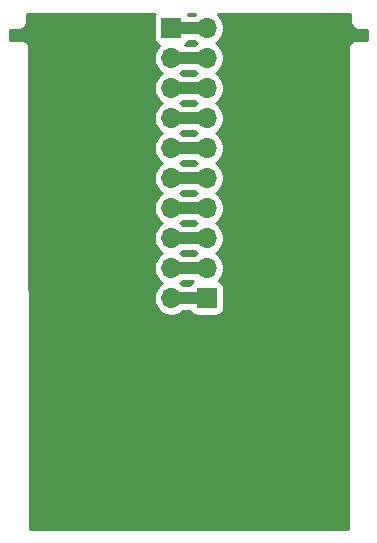
<source format=gbr>
%TF.GenerationSoftware,KiCad,Pcbnew,(5.1.8)-1*%
%TF.CreationDate,2021-12-10T09:18:04+01:00*%
%TF.ProjectId,FirePlace_SideWall,46697265-506c-4616-9365-5f5369646557,rev?*%
%TF.SameCoordinates,Original*%
%TF.FileFunction,Copper,L1,Top*%
%TF.FilePolarity,Positive*%
%FSLAX46Y46*%
G04 Gerber Fmt 4.6, Leading zero omitted, Abs format (unit mm)*
G04 Created by KiCad (PCBNEW (5.1.8)-1) date 2021-12-10 09:18:04*
%MOMM*%
%LPD*%
G01*
G04 APERTURE LIST*
%TA.AperFunction,ComponentPad*%
%ADD10O,1.700000X1.700000*%
%TD*%
%TA.AperFunction,ComponentPad*%
%ADD11R,1.700000X1.700000*%
%TD*%
%TA.AperFunction,Conductor*%
%ADD12C,1.000000*%
%TD*%
%TA.AperFunction,NonConductor*%
%ADD13C,0.254000*%
%TD*%
%TA.AperFunction,NonConductor*%
%ADD14C,0.100000*%
%TD*%
G04 APERTURE END LIST*
D10*
%TO.P,K2,10*%
%TO.N,Net-(K1-Pad1)*%
X65405000Y-50355500D03*
%TO.P,K2,9*%
%TO.N,Net-(K1-Pad2)*%
X65405000Y-47815500D03*
%TO.P,K2,8*%
%TO.N,Net-(K1-Pad3)*%
X65405000Y-45275500D03*
%TO.P,K2,7*%
%TO.N,Net-(K1-Pad4)*%
X65405000Y-42735500D03*
%TO.P,K2,6*%
%TO.N,Net-(K1-Pad5)*%
X65405000Y-40195500D03*
%TO.P,K2,5*%
%TO.N,Net-(K1-Pad6)*%
X65405000Y-37655500D03*
%TO.P,K2,4*%
%TO.N,Net-(K1-Pad7)*%
X65405000Y-35115500D03*
%TO.P,K2,3*%
%TO.N,Net-(K1-Pad8)*%
X65405000Y-32575500D03*
%TO.P,K2,2*%
%TO.N,Net-(K1-Pad9)*%
X65405000Y-30035500D03*
D11*
%TO.P,K2,1*%
%TO.N,Net-(K1-Pad10)*%
X65405000Y-27495500D03*
%TD*%
D10*
%TO.P,K1,10*%
%TO.N,Net-(K1-Pad10)*%
X68389500Y-27495500D03*
%TO.P,K1,9*%
%TO.N,Net-(K1-Pad9)*%
X68389500Y-30035500D03*
%TO.P,K1,8*%
%TO.N,Net-(K1-Pad8)*%
X68389500Y-32575500D03*
%TO.P,K1,7*%
%TO.N,Net-(K1-Pad7)*%
X68389500Y-35115500D03*
%TO.P,K1,6*%
%TO.N,Net-(K1-Pad6)*%
X68389500Y-37655500D03*
%TO.P,K1,5*%
%TO.N,Net-(K1-Pad5)*%
X68389500Y-40195500D03*
%TO.P,K1,4*%
%TO.N,Net-(K1-Pad4)*%
X68389500Y-42735500D03*
%TO.P,K1,3*%
%TO.N,Net-(K1-Pad3)*%
X68389500Y-45275500D03*
%TO.P,K1,2*%
%TO.N,Net-(K1-Pad2)*%
X68389500Y-47815500D03*
D11*
%TO.P,K1,1*%
%TO.N,Net-(K1-Pad1)*%
X68389500Y-50355500D03*
%TD*%
D12*
%TO.N,Net-(K1-Pad10)*%
X68389500Y-27495500D02*
X65405000Y-27495500D01*
%TO.N,Net-(K1-Pad9)*%
X68389500Y-30035500D02*
X65405000Y-30035500D01*
%TO.N,Net-(K1-Pad8)*%
X65405000Y-32575500D02*
X68389500Y-32575500D01*
%TO.N,Net-(K1-Pad7)*%
X65405000Y-35115500D02*
X68389500Y-35115500D01*
%TO.N,Net-(K1-Pad6)*%
X68389500Y-37655500D02*
X65405000Y-37655500D01*
%TO.N,Net-(K1-Pad5)*%
X65405000Y-40195500D02*
X68389500Y-40195500D01*
%TO.N,Net-(K1-Pad4)*%
X68389500Y-42735500D02*
X65405000Y-42735500D01*
%TO.N,Net-(K1-Pad3)*%
X65405000Y-45275500D02*
X68389500Y-45275500D01*
%TO.N,Net-(K1-Pad2)*%
X65405000Y-47815500D02*
X68389500Y-47815500D01*
%TO.N,Net-(K1-Pad1)*%
X68389500Y-50355500D02*
X65405000Y-50355500D01*
%TD*%
D13*
X63965498Y-26401320D02*
X63929188Y-26521018D01*
X63916928Y-26645500D01*
X63916928Y-28345500D01*
X63929188Y-28469982D01*
X63965498Y-28589680D01*
X64024463Y-28699994D01*
X64103815Y-28796685D01*
X64200506Y-28876037D01*
X64310820Y-28935002D01*
X64383380Y-28957013D01*
X64251525Y-29088868D01*
X64089010Y-29332089D01*
X63977068Y-29602342D01*
X63920000Y-29889240D01*
X63920000Y-30181760D01*
X63977068Y-30468658D01*
X64089010Y-30738911D01*
X64251525Y-30982132D01*
X64458368Y-31188975D01*
X64632760Y-31305500D01*
X64458368Y-31422025D01*
X64251525Y-31628868D01*
X64089010Y-31872089D01*
X63977068Y-32142342D01*
X63920000Y-32429240D01*
X63920000Y-32721760D01*
X63977068Y-33008658D01*
X64089010Y-33278911D01*
X64251525Y-33522132D01*
X64458368Y-33728975D01*
X64632760Y-33845500D01*
X64458368Y-33962025D01*
X64251525Y-34168868D01*
X64089010Y-34412089D01*
X63977068Y-34682342D01*
X63920000Y-34969240D01*
X63920000Y-35261760D01*
X63977068Y-35548658D01*
X64089010Y-35818911D01*
X64251525Y-36062132D01*
X64458368Y-36268975D01*
X64632760Y-36385500D01*
X64458368Y-36502025D01*
X64251525Y-36708868D01*
X64089010Y-36952089D01*
X63977068Y-37222342D01*
X63920000Y-37509240D01*
X63920000Y-37801760D01*
X63977068Y-38088658D01*
X64089010Y-38358911D01*
X64251525Y-38602132D01*
X64458368Y-38808975D01*
X64632760Y-38925500D01*
X64458368Y-39042025D01*
X64251525Y-39248868D01*
X64089010Y-39492089D01*
X63977068Y-39762342D01*
X63920000Y-40049240D01*
X63920000Y-40341760D01*
X63977068Y-40628658D01*
X64089010Y-40898911D01*
X64251525Y-41142132D01*
X64458368Y-41348975D01*
X64632760Y-41465500D01*
X64458368Y-41582025D01*
X64251525Y-41788868D01*
X64089010Y-42032089D01*
X63977068Y-42302342D01*
X63920000Y-42589240D01*
X63920000Y-42881760D01*
X63977068Y-43168658D01*
X64089010Y-43438911D01*
X64251525Y-43682132D01*
X64458368Y-43888975D01*
X64632760Y-44005500D01*
X64458368Y-44122025D01*
X64251525Y-44328868D01*
X64089010Y-44572089D01*
X63977068Y-44842342D01*
X63920000Y-45129240D01*
X63920000Y-45421760D01*
X63977068Y-45708658D01*
X64089010Y-45978911D01*
X64251525Y-46222132D01*
X64458368Y-46428975D01*
X64632760Y-46545500D01*
X64458368Y-46662025D01*
X64251525Y-46868868D01*
X64089010Y-47112089D01*
X63977068Y-47382342D01*
X63920000Y-47669240D01*
X63920000Y-47961760D01*
X63977068Y-48248658D01*
X64089010Y-48518911D01*
X64251525Y-48762132D01*
X64458368Y-48968975D01*
X64632760Y-49085500D01*
X64458368Y-49202025D01*
X64251525Y-49408868D01*
X64089010Y-49652089D01*
X63977068Y-49922342D01*
X63920000Y-50209240D01*
X63920000Y-50501760D01*
X63977068Y-50788658D01*
X64089010Y-51058911D01*
X64251525Y-51302132D01*
X64458368Y-51508975D01*
X64701589Y-51671490D01*
X64971842Y-51783432D01*
X65258740Y-51840500D01*
X65551260Y-51840500D01*
X65838158Y-51783432D01*
X66108411Y-51671490D01*
X66351632Y-51508975D01*
X66370107Y-51490500D01*
X66971817Y-51490500D01*
X67008963Y-51559994D01*
X67088315Y-51656685D01*
X67185006Y-51736037D01*
X67295320Y-51795002D01*
X67415018Y-51831312D01*
X67539500Y-51843572D01*
X69239500Y-51843572D01*
X69363982Y-51831312D01*
X69483680Y-51795002D01*
X69593994Y-51736037D01*
X69690685Y-51656685D01*
X69770037Y-51559994D01*
X69829002Y-51449680D01*
X69865312Y-51329982D01*
X69877572Y-51205500D01*
X69877572Y-49505500D01*
X69865312Y-49381018D01*
X69829002Y-49261320D01*
X69770037Y-49151006D01*
X69690685Y-49054315D01*
X69593994Y-48974963D01*
X69483680Y-48915998D01*
X69411120Y-48893987D01*
X69542975Y-48762132D01*
X69705490Y-48518911D01*
X69817432Y-48248658D01*
X69874500Y-47961760D01*
X69874500Y-47669240D01*
X69817432Y-47382342D01*
X69705490Y-47112089D01*
X69542975Y-46868868D01*
X69336132Y-46662025D01*
X69161740Y-46545500D01*
X69336132Y-46428975D01*
X69542975Y-46222132D01*
X69705490Y-45978911D01*
X69817432Y-45708658D01*
X69874500Y-45421760D01*
X69874500Y-45129240D01*
X69817432Y-44842342D01*
X69705490Y-44572089D01*
X69542975Y-44328868D01*
X69336132Y-44122025D01*
X69161740Y-44005500D01*
X69336132Y-43888975D01*
X69542975Y-43682132D01*
X69705490Y-43438911D01*
X69817432Y-43168658D01*
X69874500Y-42881760D01*
X69874500Y-42589240D01*
X69817432Y-42302342D01*
X69705490Y-42032089D01*
X69542975Y-41788868D01*
X69336132Y-41582025D01*
X69161740Y-41465500D01*
X69336132Y-41348975D01*
X69542975Y-41142132D01*
X69705490Y-40898911D01*
X69817432Y-40628658D01*
X69874500Y-40341760D01*
X69874500Y-40049240D01*
X69817432Y-39762342D01*
X69705490Y-39492089D01*
X69542975Y-39248868D01*
X69336132Y-39042025D01*
X69161740Y-38925500D01*
X69336132Y-38808975D01*
X69542975Y-38602132D01*
X69705490Y-38358911D01*
X69817432Y-38088658D01*
X69874500Y-37801760D01*
X69874500Y-37509240D01*
X69817432Y-37222342D01*
X69705490Y-36952089D01*
X69542975Y-36708868D01*
X69336132Y-36502025D01*
X69161740Y-36385500D01*
X69336132Y-36268975D01*
X69542975Y-36062132D01*
X69705490Y-35818911D01*
X69817432Y-35548658D01*
X69874500Y-35261760D01*
X69874500Y-34969240D01*
X69817432Y-34682342D01*
X69705490Y-34412089D01*
X69542975Y-34168868D01*
X69336132Y-33962025D01*
X69161740Y-33845500D01*
X69336132Y-33728975D01*
X69542975Y-33522132D01*
X69705490Y-33278911D01*
X69817432Y-33008658D01*
X69874500Y-32721760D01*
X69874500Y-32429240D01*
X69817432Y-32142342D01*
X69705490Y-31872089D01*
X69542975Y-31628868D01*
X69336132Y-31422025D01*
X69161740Y-31305500D01*
X69336132Y-31188975D01*
X69542975Y-30982132D01*
X69705490Y-30738911D01*
X69817432Y-30468658D01*
X69874500Y-30181760D01*
X69874500Y-29889240D01*
X69817432Y-29602342D01*
X69705490Y-29332089D01*
X69542975Y-29088868D01*
X69336132Y-28882025D01*
X69161740Y-28765500D01*
X69336132Y-28648975D01*
X69542975Y-28442132D01*
X69705490Y-28198911D01*
X69817432Y-27928658D01*
X69874500Y-27641760D01*
X69874500Y-27349240D01*
X69817432Y-27062342D01*
X69705490Y-26792089D01*
X69542975Y-26548868D01*
X69336132Y-26342025D01*
X69336095Y-26342000D01*
X80545001Y-26342000D01*
X80545001Y-26887885D01*
X80541444Y-26924000D01*
X80555635Y-27068085D01*
X80597663Y-27206633D01*
X80665913Y-27334320D01*
X80757762Y-27446238D01*
X80869680Y-27538087D01*
X80997367Y-27606337D01*
X81135915Y-27648365D01*
X81243895Y-27659000D01*
X81280000Y-27662556D01*
X81316105Y-27659000D01*
X81942001Y-27659000D01*
X81942000Y-28475000D01*
X81135957Y-28475000D01*
X81100064Y-28471445D01*
X81063765Y-28475000D01*
X81063555Y-28475000D01*
X81026310Y-28478668D01*
X80955972Y-28485557D01*
X80955782Y-28485615D01*
X80955575Y-28485635D01*
X80885117Y-28507008D01*
X80817401Y-28527509D01*
X80817225Y-28527603D01*
X80817027Y-28527663D01*
X80752090Y-28562372D01*
X80689677Y-28595689D01*
X80689523Y-28595815D01*
X80689340Y-28595913D01*
X80632449Y-28642602D01*
X80577708Y-28687477D01*
X80577581Y-28687631D01*
X80577422Y-28687762D01*
X80530772Y-28744605D01*
X80485798Y-28799345D01*
X80485704Y-28799520D01*
X80485573Y-28799680D01*
X80451045Y-28864277D01*
X80417478Y-28926994D01*
X80417420Y-28927186D01*
X80417323Y-28927367D01*
X80396242Y-28996863D01*
X80375374Y-29065519D01*
X80375354Y-29065720D01*
X80375295Y-29065915D01*
X80368196Y-29137993D01*
X80364680Y-29173493D01*
X80364680Y-29173693D01*
X80361104Y-29210000D01*
X80364640Y-29245906D01*
X80342403Y-69872000D01*
X53411591Y-69872002D01*
X53389019Y-29245910D01*
X53392556Y-29210000D01*
X53388979Y-29173683D01*
X53388979Y-29173487D01*
X53385593Y-29139302D01*
X53378365Y-29065915D01*
X53378304Y-29065713D01*
X53378284Y-29065513D01*
X53357755Y-28997972D01*
X53336337Y-28927367D01*
X53336238Y-28927181D01*
X53336179Y-28926988D01*
X53302824Y-28864668D01*
X53268087Y-28799680D01*
X53267953Y-28799517D01*
X53267858Y-28799339D01*
X53222854Y-28744564D01*
X53176238Y-28687762D01*
X53176076Y-28687629D01*
X53175947Y-28687472D01*
X53121293Y-28642669D01*
X53064320Y-28595913D01*
X53064133Y-28595813D01*
X53063978Y-28595686D01*
X53002155Y-28562685D01*
X52936633Y-28527663D01*
X52936430Y-28527601D01*
X52936253Y-28527507D01*
X52869047Y-28507161D01*
X52798085Y-28485635D01*
X52797874Y-28485614D01*
X52797682Y-28485556D01*
X52727485Y-28478682D01*
X52690105Y-28475000D01*
X52689891Y-28475000D01*
X52653590Y-28471445D01*
X52617699Y-28475000D01*
X51789000Y-28475000D01*
X51789000Y-27659000D01*
X52414895Y-27659000D01*
X52451000Y-27662556D01*
X52487105Y-27659000D01*
X52595085Y-27648365D01*
X52733633Y-27606337D01*
X52861320Y-27538087D01*
X52973238Y-27446238D01*
X53065087Y-27334320D01*
X53133337Y-27206633D01*
X53175365Y-27068085D01*
X53189556Y-26924000D01*
X53186000Y-26887895D01*
X53186000Y-26342000D01*
X63997206Y-26342000D01*
X63965498Y-26401320D01*
%TA.AperFunction,NonConductor*%
D14*
G36*
X63965498Y-26401320D02*
G01*
X63929188Y-26521018D01*
X63916928Y-26645500D01*
X63916928Y-28345500D01*
X63929188Y-28469982D01*
X63965498Y-28589680D01*
X64024463Y-28699994D01*
X64103815Y-28796685D01*
X64200506Y-28876037D01*
X64310820Y-28935002D01*
X64383380Y-28957013D01*
X64251525Y-29088868D01*
X64089010Y-29332089D01*
X63977068Y-29602342D01*
X63920000Y-29889240D01*
X63920000Y-30181760D01*
X63977068Y-30468658D01*
X64089010Y-30738911D01*
X64251525Y-30982132D01*
X64458368Y-31188975D01*
X64632760Y-31305500D01*
X64458368Y-31422025D01*
X64251525Y-31628868D01*
X64089010Y-31872089D01*
X63977068Y-32142342D01*
X63920000Y-32429240D01*
X63920000Y-32721760D01*
X63977068Y-33008658D01*
X64089010Y-33278911D01*
X64251525Y-33522132D01*
X64458368Y-33728975D01*
X64632760Y-33845500D01*
X64458368Y-33962025D01*
X64251525Y-34168868D01*
X64089010Y-34412089D01*
X63977068Y-34682342D01*
X63920000Y-34969240D01*
X63920000Y-35261760D01*
X63977068Y-35548658D01*
X64089010Y-35818911D01*
X64251525Y-36062132D01*
X64458368Y-36268975D01*
X64632760Y-36385500D01*
X64458368Y-36502025D01*
X64251525Y-36708868D01*
X64089010Y-36952089D01*
X63977068Y-37222342D01*
X63920000Y-37509240D01*
X63920000Y-37801760D01*
X63977068Y-38088658D01*
X64089010Y-38358911D01*
X64251525Y-38602132D01*
X64458368Y-38808975D01*
X64632760Y-38925500D01*
X64458368Y-39042025D01*
X64251525Y-39248868D01*
X64089010Y-39492089D01*
X63977068Y-39762342D01*
X63920000Y-40049240D01*
X63920000Y-40341760D01*
X63977068Y-40628658D01*
X64089010Y-40898911D01*
X64251525Y-41142132D01*
X64458368Y-41348975D01*
X64632760Y-41465500D01*
X64458368Y-41582025D01*
X64251525Y-41788868D01*
X64089010Y-42032089D01*
X63977068Y-42302342D01*
X63920000Y-42589240D01*
X63920000Y-42881760D01*
X63977068Y-43168658D01*
X64089010Y-43438911D01*
X64251525Y-43682132D01*
X64458368Y-43888975D01*
X64632760Y-44005500D01*
X64458368Y-44122025D01*
X64251525Y-44328868D01*
X64089010Y-44572089D01*
X63977068Y-44842342D01*
X63920000Y-45129240D01*
X63920000Y-45421760D01*
X63977068Y-45708658D01*
X64089010Y-45978911D01*
X64251525Y-46222132D01*
X64458368Y-46428975D01*
X64632760Y-46545500D01*
X64458368Y-46662025D01*
X64251525Y-46868868D01*
X64089010Y-47112089D01*
X63977068Y-47382342D01*
X63920000Y-47669240D01*
X63920000Y-47961760D01*
X63977068Y-48248658D01*
X64089010Y-48518911D01*
X64251525Y-48762132D01*
X64458368Y-48968975D01*
X64632760Y-49085500D01*
X64458368Y-49202025D01*
X64251525Y-49408868D01*
X64089010Y-49652089D01*
X63977068Y-49922342D01*
X63920000Y-50209240D01*
X63920000Y-50501760D01*
X63977068Y-50788658D01*
X64089010Y-51058911D01*
X64251525Y-51302132D01*
X64458368Y-51508975D01*
X64701589Y-51671490D01*
X64971842Y-51783432D01*
X65258740Y-51840500D01*
X65551260Y-51840500D01*
X65838158Y-51783432D01*
X66108411Y-51671490D01*
X66351632Y-51508975D01*
X66370107Y-51490500D01*
X66971817Y-51490500D01*
X67008963Y-51559994D01*
X67088315Y-51656685D01*
X67185006Y-51736037D01*
X67295320Y-51795002D01*
X67415018Y-51831312D01*
X67539500Y-51843572D01*
X69239500Y-51843572D01*
X69363982Y-51831312D01*
X69483680Y-51795002D01*
X69593994Y-51736037D01*
X69690685Y-51656685D01*
X69770037Y-51559994D01*
X69829002Y-51449680D01*
X69865312Y-51329982D01*
X69877572Y-51205500D01*
X69877572Y-49505500D01*
X69865312Y-49381018D01*
X69829002Y-49261320D01*
X69770037Y-49151006D01*
X69690685Y-49054315D01*
X69593994Y-48974963D01*
X69483680Y-48915998D01*
X69411120Y-48893987D01*
X69542975Y-48762132D01*
X69705490Y-48518911D01*
X69817432Y-48248658D01*
X69874500Y-47961760D01*
X69874500Y-47669240D01*
X69817432Y-47382342D01*
X69705490Y-47112089D01*
X69542975Y-46868868D01*
X69336132Y-46662025D01*
X69161740Y-46545500D01*
X69336132Y-46428975D01*
X69542975Y-46222132D01*
X69705490Y-45978911D01*
X69817432Y-45708658D01*
X69874500Y-45421760D01*
X69874500Y-45129240D01*
X69817432Y-44842342D01*
X69705490Y-44572089D01*
X69542975Y-44328868D01*
X69336132Y-44122025D01*
X69161740Y-44005500D01*
X69336132Y-43888975D01*
X69542975Y-43682132D01*
X69705490Y-43438911D01*
X69817432Y-43168658D01*
X69874500Y-42881760D01*
X69874500Y-42589240D01*
X69817432Y-42302342D01*
X69705490Y-42032089D01*
X69542975Y-41788868D01*
X69336132Y-41582025D01*
X69161740Y-41465500D01*
X69336132Y-41348975D01*
X69542975Y-41142132D01*
X69705490Y-40898911D01*
X69817432Y-40628658D01*
X69874500Y-40341760D01*
X69874500Y-40049240D01*
X69817432Y-39762342D01*
X69705490Y-39492089D01*
X69542975Y-39248868D01*
X69336132Y-39042025D01*
X69161740Y-38925500D01*
X69336132Y-38808975D01*
X69542975Y-38602132D01*
X69705490Y-38358911D01*
X69817432Y-38088658D01*
X69874500Y-37801760D01*
X69874500Y-37509240D01*
X69817432Y-37222342D01*
X69705490Y-36952089D01*
X69542975Y-36708868D01*
X69336132Y-36502025D01*
X69161740Y-36385500D01*
X69336132Y-36268975D01*
X69542975Y-36062132D01*
X69705490Y-35818911D01*
X69817432Y-35548658D01*
X69874500Y-35261760D01*
X69874500Y-34969240D01*
X69817432Y-34682342D01*
X69705490Y-34412089D01*
X69542975Y-34168868D01*
X69336132Y-33962025D01*
X69161740Y-33845500D01*
X69336132Y-33728975D01*
X69542975Y-33522132D01*
X69705490Y-33278911D01*
X69817432Y-33008658D01*
X69874500Y-32721760D01*
X69874500Y-32429240D01*
X69817432Y-32142342D01*
X69705490Y-31872089D01*
X69542975Y-31628868D01*
X69336132Y-31422025D01*
X69161740Y-31305500D01*
X69336132Y-31188975D01*
X69542975Y-30982132D01*
X69705490Y-30738911D01*
X69817432Y-30468658D01*
X69874500Y-30181760D01*
X69874500Y-29889240D01*
X69817432Y-29602342D01*
X69705490Y-29332089D01*
X69542975Y-29088868D01*
X69336132Y-28882025D01*
X69161740Y-28765500D01*
X69336132Y-28648975D01*
X69542975Y-28442132D01*
X69705490Y-28198911D01*
X69817432Y-27928658D01*
X69874500Y-27641760D01*
X69874500Y-27349240D01*
X69817432Y-27062342D01*
X69705490Y-26792089D01*
X69542975Y-26548868D01*
X69336132Y-26342025D01*
X69336095Y-26342000D01*
X80545001Y-26342000D01*
X80545001Y-26887885D01*
X80541444Y-26924000D01*
X80555635Y-27068085D01*
X80597663Y-27206633D01*
X80665913Y-27334320D01*
X80757762Y-27446238D01*
X80869680Y-27538087D01*
X80997367Y-27606337D01*
X81135915Y-27648365D01*
X81243895Y-27659000D01*
X81280000Y-27662556D01*
X81316105Y-27659000D01*
X81942001Y-27659000D01*
X81942000Y-28475000D01*
X81135957Y-28475000D01*
X81100064Y-28471445D01*
X81063765Y-28475000D01*
X81063555Y-28475000D01*
X81026310Y-28478668D01*
X80955972Y-28485557D01*
X80955782Y-28485615D01*
X80955575Y-28485635D01*
X80885117Y-28507008D01*
X80817401Y-28527509D01*
X80817225Y-28527603D01*
X80817027Y-28527663D01*
X80752090Y-28562372D01*
X80689677Y-28595689D01*
X80689523Y-28595815D01*
X80689340Y-28595913D01*
X80632449Y-28642602D01*
X80577708Y-28687477D01*
X80577581Y-28687631D01*
X80577422Y-28687762D01*
X80530772Y-28744605D01*
X80485798Y-28799345D01*
X80485704Y-28799520D01*
X80485573Y-28799680D01*
X80451045Y-28864277D01*
X80417478Y-28926994D01*
X80417420Y-28927186D01*
X80417323Y-28927367D01*
X80396242Y-28996863D01*
X80375374Y-29065519D01*
X80375354Y-29065720D01*
X80375295Y-29065915D01*
X80368196Y-29137993D01*
X80364680Y-29173493D01*
X80364680Y-29173693D01*
X80361104Y-29210000D01*
X80364640Y-29245906D01*
X80342403Y-69872000D01*
X53411591Y-69872002D01*
X53389019Y-29245910D01*
X53392556Y-29210000D01*
X53388979Y-29173683D01*
X53388979Y-29173487D01*
X53385593Y-29139302D01*
X53378365Y-29065915D01*
X53378304Y-29065713D01*
X53378284Y-29065513D01*
X53357755Y-28997972D01*
X53336337Y-28927367D01*
X53336238Y-28927181D01*
X53336179Y-28926988D01*
X53302824Y-28864668D01*
X53268087Y-28799680D01*
X53267953Y-28799517D01*
X53267858Y-28799339D01*
X53222854Y-28744564D01*
X53176238Y-28687762D01*
X53176076Y-28687629D01*
X53175947Y-28687472D01*
X53121293Y-28642669D01*
X53064320Y-28595913D01*
X53064133Y-28595813D01*
X53063978Y-28595686D01*
X53002155Y-28562685D01*
X52936633Y-28527663D01*
X52936430Y-28527601D01*
X52936253Y-28527507D01*
X52869047Y-28507161D01*
X52798085Y-28485635D01*
X52797874Y-28485614D01*
X52797682Y-28485556D01*
X52727485Y-28478682D01*
X52690105Y-28475000D01*
X52689891Y-28475000D01*
X52653590Y-28471445D01*
X52617699Y-28475000D01*
X51789000Y-28475000D01*
X51789000Y-27659000D01*
X52414895Y-27659000D01*
X52451000Y-27662556D01*
X52487105Y-27659000D01*
X52595085Y-27648365D01*
X52733633Y-27606337D01*
X52861320Y-27538087D01*
X52973238Y-27446238D01*
X53065087Y-27334320D01*
X53133337Y-27206633D01*
X53175365Y-27068085D01*
X53189556Y-26924000D01*
X53186000Y-26887895D01*
X53186000Y-26342000D01*
X63997206Y-26342000D01*
X63965498Y-26401320D01*
G37*
%TD.AperFunction*%
D13*
X67185006Y-48974963D02*
X67088315Y-49054315D01*
X67008963Y-49151006D01*
X66971817Y-49220500D01*
X66370107Y-49220500D01*
X66351632Y-49202025D01*
X66177240Y-49085500D01*
X66351632Y-48968975D01*
X66370107Y-48950500D01*
X67230772Y-48950500D01*
X67185006Y-48974963D01*
%TA.AperFunction,NonConductor*%
D14*
G36*
X67185006Y-48974963D02*
G01*
X67088315Y-49054315D01*
X67008963Y-49151006D01*
X66971817Y-49220500D01*
X66370107Y-49220500D01*
X66351632Y-49202025D01*
X66177240Y-49085500D01*
X66351632Y-48968975D01*
X66370107Y-48950500D01*
X67230772Y-48950500D01*
X67185006Y-48974963D01*
G37*
%TD.AperFunction*%
D13*
X67442868Y-46428975D02*
X67617260Y-46545500D01*
X67442868Y-46662025D01*
X67424393Y-46680500D01*
X66370107Y-46680500D01*
X66351632Y-46662025D01*
X66177240Y-46545500D01*
X66351632Y-46428975D01*
X66370107Y-46410500D01*
X67424393Y-46410500D01*
X67442868Y-46428975D01*
%TA.AperFunction,NonConductor*%
D14*
G36*
X67442868Y-46428975D02*
G01*
X67617260Y-46545500D01*
X67442868Y-46662025D01*
X67424393Y-46680500D01*
X66370107Y-46680500D01*
X66351632Y-46662025D01*
X66177240Y-46545500D01*
X66351632Y-46428975D01*
X66370107Y-46410500D01*
X67424393Y-46410500D01*
X67442868Y-46428975D01*
G37*
%TD.AperFunction*%
D13*
X67442868Y-43888975D02*
X67617260Y-44005500D01*
X67442868Y-44122025D01*
X67424393Y-44140500D01*
X66370107Y-44140500D01*
X66351632Y-44122025D01*
X66177240Y-44005500D01*
X66351632Y-43888975D01*
X66370107Y-43870500D01*
X67424393Y-43870500D01*
X67442868Y-43888975D01*
%TA.AperFunction,NonConductor*%
D14*
G36*
X67442868Y-43888975D02*
G01*
X67617260Y-44005500D01*
X67442868Y-44122025D01*
X67424393Y-44140500D01*
X66370107Y-44140500D01*
X66351632Y-44122025D01*
X66177240Y-44005500D01*
X66351632Y-43888975D01*
X66370107Y-43870500D01*
X67424393Y-43870500D01*
X67442868Y-43888975D01*
G37*
%TD.AperFunction*%
D13*
X67442868Y-41348975D02*
X67617260Y-41465500D01*
X67442868Y-41582025D01*
X67424393Y-41600500D01*
X66370107Y-41600500D01*
X66351632Y-41582025D01*
X66177240Y-41465500D01*
X66351632Y-41348975D01*
X66370107Y-41330500D01*
X67424393Y-41330500D01*
X67442868Y-41348975D01*
%TA.AperFunction,NonConductor*%
D14*
G36*
X67442868Y-41348975D02*
G01*
X67617260Y-41465500D01*
X67442868Y-41582025D01*
X67424393Y-41600500D01*
X66370107Y-41600500D01*
X66351632Y-41582025D01*
X66177240Y-41465500D01*
X66351632Y-41348975D01*
X66370107Y-41330500D01*
X67424393Y-41330500D01*
X67442868Y-41348975D01*
G37*
%TD.AperFunction*%
D13*
X67442868Y-38808975D02*
X67617260Y-38925500D01*
X67442868Y-39042025D01*
X67424393Y-39060500D01*
X66370107Y-39060500D01*
X66351632Y-39042025D01*
X66177240Y-38925500D01*
X66351632Y-38808975D01*
X66370107Y-38790500D01*
X67424393Y-38790500D01*
X67442868Y-38808975D01*
%TA.AperFunction,NonConductor*%
D14*
G36*
X67442868Y-38808975D02*
G01*
X67617260Y-38925500D01*
X67442868Y-39042025D01*
X67424393Y-39060500D01*
X66370107Y-39060500D01*
X66351632Y-39042025D01*
X66177240Y-38925500D01*
X66351632Y-38808975D01*
X66370107Y-38790500D01*
X67424393Y-38790500D01*
X67442868Y-38808975D01*
G37*
%TD.AperFunction*%
D13*
X67442868Y-36268975D02*
X67617260Y-36385500D01*
X67442868Y-36502025D01*
X67424393Y-36520500D01*
X66370107Y-36520500D01*
X66351632Y-36502025D01*
X66177240Y-36385500D01*
X66351632Y-36268975D01*
X66370107Y-36250500D01*
X67424393Y-36250500D01*
X67442868Y-36268975D01*
%TA.AperFunction,NonConductor*%
D14*
G36*
X67442868Y-36268975D02*
G01*
X67617260Y-36385500D01*
X67442868Y-36502025D01*
X67424393Y-36520500D01*
X66370107Y-36520500D01*
X66351632Y-36502025D01*
X66177240Y-36385500D01*
X66351632Y-36268975D01*
X66370107Y-36250500D01*
X67424393Y-36250500D01*
X67442868Y-36268975D01*
G37*
%TD.AperFunction*%
D13*
X67442868Y-33728975D02*
X67617260Y-33845500D01*
X67442868Y-33962025D01*
X67424393Y-33980500D01*
X66370107Y-33980500D01*
X66351632Y-33962025D01*
X66177240Y-33845500D01*
X66351632Y-33728975D01*
X66370107Y-33710500D01*
X67424393Y-33710500D01*
X67442868Y-33728975D01*
%TA.AperFunction,NonConductor*%
D14*
G36*
X67442868Y-33728975D02*
G01*
X67617260Y-33845500D01*
X67442868Y-33962025D01*
X67424393Y-33980500D01*
X66370107Y-33980500D01*
X66351632Y-33962025D01*
X66177240Y-33845500D01*
X66351632Y-33728975D01*
X66370107Y-33710500D01*
X67424393Y-33710500D01*
X67442868Y-33728975D01*
G37*
%TD.AperFunction*%
D13*
X67442868Y-31188975D02*
X67617260Y-31305500D01*
X67442868Y-31422025D01*
X67424393Y-31440500D01*
X66370107Y-31440500D01*
X66351632Y-31422025D01*
X66177240Y-31305500D01*
X66351632Y-31188975D01*
X66370107Y-31170500D01*
X67424393Y-31170500D01*
X67442868Y-31188975D01*
%TA.AperFunction,NonConductor*%
D14*
G36*
X67442868Y-31188975D02*
G01*
X67617260Y-31305500D01*
X67442868Y-31422025D01*
X67424393Y-31440500D01*
X66370107Y-31440500D01*
X66351632Y-31422025D01*
X66177240Y-31305500D01*
X66351632Y-31188975D01*
X66370107Y-31170500D01*
X67424393Y-31170500D01*
X67442868Y-31188975D01*
G37*
%TD.AperFunction*%
D13*
X67442868Y-28648975D02*
X67617260Y-28765500D01*
X67442868Y-28882025D01*
X67424393Y-28900500D01*
X66563728Y-28900500D01*
X66609494Y-28876037D01*
X66706185Y-28796685D01*
X66785537Y-28699994D01*
X66822683Y-28630500D01*
X67424393Y-28630500D01*
X67442868Y-28648975D01*
%TA.AperFunction,NonConductor*%
D14*
G36*
X67442868Y-28648975D02*
G01*
X67617260Y-28765500D01*
X67442868Y-28882025D01*
X67424393Y-28900500D01*
X66563728Y-28900500D01*
X66609494Y-28876037D01*
X66706185Y-28796685D01*
X66785537Y-28699994D01*
X66822683Y-28630500D01*
X67424393Y-28630500D01*
X67442868Y-28648975D01*
G37*
%TD.AperFunction*%
D13*
X67442868Y-26342025D02*
X67424393Y-26360500D01*
X66822683Y-26360500D01*
X66812794Y-26342000D01*
X67442905Y-26342000D01*
X67442868Y-26342025D01*
%TA.AperFunction,NonConductor*%
D14*
G36*
X67442868Y-26342025D02*
G01*
X67424393Y-26360500D01*
X66822683Y-26360500D01*
X66812794Y-26342000D01*
X67442905Y-26342000D01*
X67442868Y-26342025D01*
G37*
%TD.AperFunction*%
M02*

</source>
